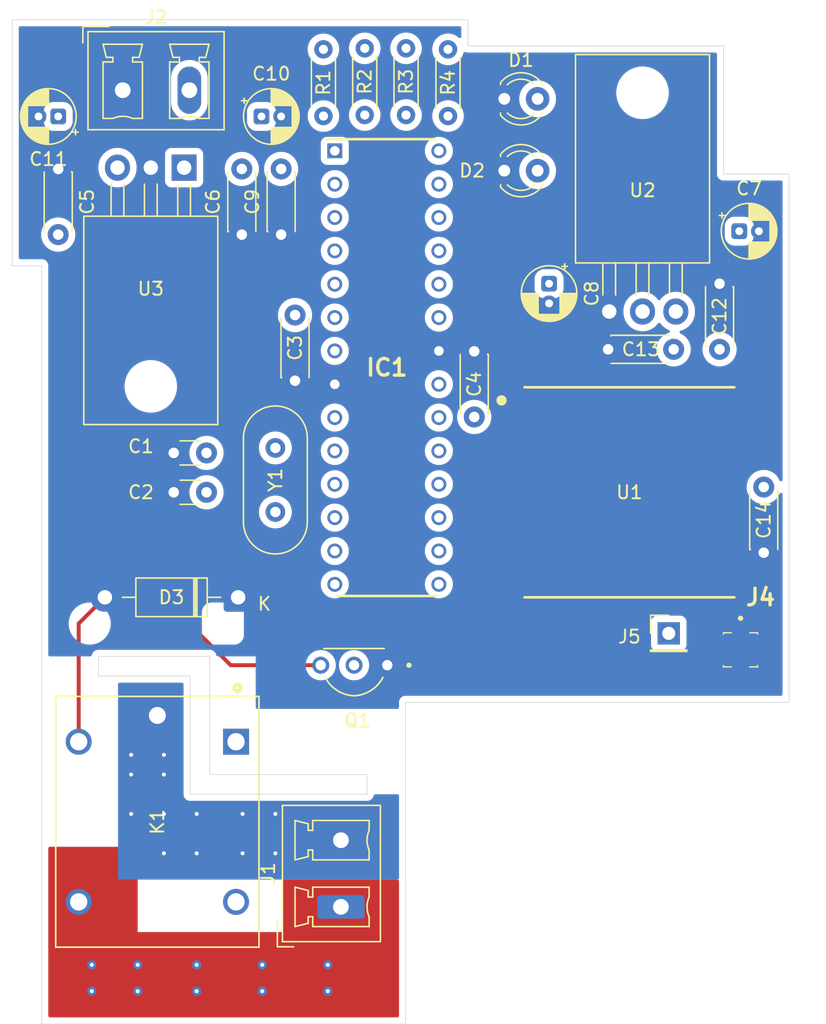
<source format=kicad_pcb>
(kicad_pcb (version 20241229) (generator "pcbnew") (generator_version "9.0")
  (title_block (title "LoRa based pump reciever circuit") (date "2025-11-06") (rev "1.0") (company "Axion"))
  (layers (0 "F.Cu" signal) (2 "B.Cu" signal) (13 "F.Paste" user) (15 "B.Paste" user) (5 "F.SilkS" user "F.Silkscreen") (7 "B.SilkS" user "B.Silkscreen") (1 "F.Mask" user) (3 "B.Mask" user) (25 "Edge.Cuts" user))
  (net 0 "")
  (net 1 "/XTAL1")
  (net 2 "GND")
  (net 3 "/XTAL2")
  (net 4 "+5V")
  (net 5 "VCC")
  (net 6 "+3V3")
  (net 7 "/RED led_A")
  (net 8 "/GREEN led_A")
  (net 9 "/RELAY_COIL_END")
  (net 14 "SCK")
  (net 16 "MOSI")
  (net 17 "PUMP_RELAY")
  (net 20 "RESET")
  (net 21 "NSS")
  (net 22 "DIO0")
  (net 23 "MISO")
  (net 24 "/MCU_reset")
  (net 28 "Net-(IC1-PD5_(PCINT21{slash}OC0B{slash}T1))")
  (net 31 "Net-(IC1-PD4_(PCINT20{slash}XCK{slash}T0))")
  (net 32 "/PUMP_N")
  (net 33 "/PUMP_L")
  (net 34 "/ANTENNA")
  (net 36 "/TRANSISTOR_BASE")
  (footprint "Capacitor_THT:C_Disc_D4.3mm_W1.9mm_P5.00mm" (layer "F.Cu") (at 119.44 72.87 90)
    (property "Reference" "C9" (at 2.5 -2.2 90) (layer "F.SilkS"))
    (property "Value" "0.1uF")
    (pad "1" thru_hole circle (at 0 0 90) (size 1.6 1.6) (drill 0.8) (layers "*.Cu" "*.Mask") (net 2 "GND"))
    (pad "2" thru_hole circle (at 5 0 90) (size 1.6 1.6) (drill 0.8) (layers "*.Cu" "*.Mask") (net 5 "VCC"))
  )
  (footprint "Diode_THT:D_DO-41_SOD81_P10.16mm_Horizontal" (layer "F.Cu") (at 116.16 100.5 180)
    (property "Reference" "D3" (at 5.08 0 0) (layer "F.SilkS"))
    (property "Value" "1N4007")
    (fp_text user "K" (at -2 -0.5 0) (layer "F.SilkS"))
    (pad "1" thru_hole roundrect (at 0 0 180) (size 2.2 2.2) (drill 1.1) (layers "*.Cu" "*.Mask") (roundrect_rratio 0.113636) (net 4 "+5V"))
    (pad "2" thru_hole circle (at 10.16 0 180) (size 2.2 2.2) (drill 1.1) (layers "*.Cu" "*.Mask") (net 9 "/RELAY_COIL_END"))
  )
  (footprint "Package_TO_SOT_THT:TO-220-3_Horizontal_TabDown" (layer "F.Cu") (at 112.04 67.77 180)
    (property "Reference" "U3" (at 2.54 -9.23 0) (layer "F.SilkS"))
    (property "Value" "LM7805_TO220")
    (pad "" np_thru_hole circle (at 2.54 -16.66 180) (size 3.5 3.5) (drill 3.5) (layers "*.Cu" "*.Mask"))
    (pad "1" thru_hole rect (at 0 0 180) (size 1.905 2) (drill 1.1) (layers "*.Cu" "*.Mask") (net 5 "VCC"))
    (pad "2" thru_hole oval (at 2.54 0 180) (size 1.905 2) (drill 1.1) (layers "*.Cu" "*.Mask") (net 2 "GND"))
    (pad "3" thru_hole oval (at 5.08 0 180) (size 1.905 2) (drill 1.1) (layers "*.Cu" "*.Mask") (net 4 "+5V"))
  )
  (footprint "Resistor_THT:R_Axial_DIN0204_L3.6mm_D1.6mm_P5.08mm_Horizontal" (layer "F.Cu") (at 125.816 63.761 90)
    (property "Reference" "R2" (at 2.54 0 90) (layer "F.SilkS"))
    (property "Value" "1K")
    (pad "1" thru_hole circle (at 0 0 90) (size 1.4 1.4) (drill 0.7) (layers "*.Cu" "*.Mask") (net 28 "Net-(IC1-PD5_(PCINT21{slash}OC0B{slash}T1))"))
    (pad "2" thru_hole circle (at 5.08 0 90) (size 1.4 1.4) (drill 0.7) (layers "*.Cu" "*.Mask") (net 8 "/GREEN led_A"))
  )
  (footprint "Capacitor_THT:C_Disc_D4.3mm_W1.9mm_P5.00mm" (layer "F.Cu") (at 144.374801 81.61)
    (property "Reference" "C13" (at 2.5 0 0) (layer "F.SilkS"))
    (property "Value" "0.1uF")
    (pad "1" thru_hole circle (at 0 0) (size 1.6 1.6) (drill 0.8) (layers "*.Cu" "*.Mask") (net 2 "GND"))
    (pad "2" thru_hole circle (at 5 0) (size 1.6 1.6) (drill 0.8) (layers "*.Cu" "*.Mask") (net 6 "+3V3"))
  )
  (footprint "Capacitor_THT:CP_Radial_D4.0mm_P1.50mm" (layer "F.Cu") (at 102.44 63.87 180)
    (property "Reference" "C11" (at 0.75 -3.25 0) (layer "F.SilkS"))
    (property "Value" "10uF")
    (pad "1" thru_hole roundrect (at 0 0 180) (size 1.2 1.2) (drill 0.6) (layers "*.Cu" "*.Mask") (roundrect_rratio 0.208333) (net 4 "+5V"))
    (pad "2" thru_hole circle (at 1.5 0 180) (size 1.2 1.2) (drill 0.6) (layers "*.Cu" "*.Mask") (net 2 "GND"))
  )
  (footprint "custom_footprints:R302302000" (layer "F.Cu") (at 154.475 104.5 180)
    (property "Reference" "J4" (at -1.525 4 0) (layer "F.SilkS") (effects (font (size 1.27 1.27) (thickness 0.254))))
    (property "Value" "R302302000" (hide yes))
    (pad "1" smd rect (at 0 1.5 180) (size 1 1) (layers "F.Cu" "F.Mask" "F.Paste") (net 34 "/ANTENNA"))
    (pad "2" smd rect (at 1.475 0 180) (size 1.05 2) (layers "F.Cu" "F.Mask" "F.Paste") (net 2 "GND"))
    (pad "3" smd rect (at 0 -1.5 180) (size 1 1) (layers "F.Cu" "F.Mask" "F.Paste") (net 2 "GND"))
    (pad "4" smd rect (at -1.475 0 180) (size 1.05 2) (layers "F.Cu" "F.Mask" "F.Paste") (net 2 "GND"))
  )
  (footprint "Capacitor_THT:CP_Radial_D4.0mm_P1.50mm" (layer "F.Cu") (at 139.874801 76.61 -90)
    (property "Reference" "C8" (at 0.75 -3.25 90) (layer "F.SilkS"))
    (property "Value" "10uF")
    (pad "1" thru_hole roundrect (at 0 0 270) (size 1.2 1.2) (drill 0.6) (layers "*.Cu" "*.Mask") (roundrect_rratio 0.208333) (net 6 "+3V3"))
    (pad "2" thru_hole circle (at 1.5 0 270) (size 1.2 1.2) (drill 0.6) (layers "*.Cu" "*.Mask") (net 2 "GND"))
  )
  (footprint "Resistor_THT:R_Axial_DIN0204_L3.6mm_D1.6mm_P5.08mm_Horizontal" (layer "F.Cu") (at 122.666 58.761 -90)
    (property "Reference" "R1" (at 2.54 0 90) (layer "F.SilkS"))
    (property "Value" "10K")
    (pad "1" thru_hole circle (at 0 0 270) (size 1.4 1.4) (drill 0.7) (layers "*.Cu" "*.Mask") (net 4 "+5V"))
    (pad "2" thru_hole circle (at 5.08 0 270) (size 1.4 1.4) (drill 0.7) (layers "*.Cu" "*.Mask") (net 24 "/MCU_reset"))
  )
  (footprint "Crystal:Crystal_HC49-4H_Vertical" (layer "F.Cu") (at 119 94 90)
    (property "Reference" "Y1" (at 2.44 0 90) (layer "F.SilkS"))
    (property "Value" "Crystal")
    (pad "1" thru_hole circle (at 0 0 90) (size 1.5 1.5) (drill 0.8) (layers "*.Cu" "*.Mask") (net 3 "/XTAL2"))
    (pad "2" thru_hole circle (at 4.88 0 90) (size 1.5 1.5) (drill 0.8) (layers "*.Cu" "*.Mask") (net 1 "/XTAL1"))
  )
  (footprint "custom_footprints:RELAY_SRD-05VDC-SL-C" (layer "F.Cu") (at 110 117.6 -90)
    (property "Reference" "K1" (at 0 0 90) (layer "F.SilkS") (effects (font (size 1.000094 1.000094))))
    (property "Value" "SRD-05VDC-SL-C")
    (pad "A1" thru_hole rect (at -6.1 -6 270) (size 1.98 1.98) (drill 1.32) (layers "*.Cu" "*.Mask") (net 4 "+5V"))
    (pad "A2" thru_hole circle (at -6.1 6 270) (size 1.98 1.98) (drill 1.32) (layers "*.Cu" "*.Mask") (net 9 "/RELAY_COIL_END"))
    (pad "COM" thru_hole circle (at -8.1 0 270) (size 1.935 1.935) (drill 1.29) (layers "*.Cu" "*.Mask") (net 32 "/PUMP_N"))
    (pad "NC" thru_hole circle (at 6.1 -6 270) (size 1.98 1.98) (drill 1.32) (layers "*.Cu" "*.Mask"))
    (pad "NO" thru_hole circle (at 6.1 6 270) (size 1.98 1.98) (drill 1.32) (layers "*.Cu" "*.Mask") (net 33 "/PUMP_L"))
  )
  (footprint "Capacitor_THT:C_Disc_D4.3mm_W1.9mm_P5.00mm" (layer "F.Cu") (at 156.243453 97.1 90)
    (property "Reference" "C14" (at 2.5 0 90) (layer "F.SilkS"))
    (property "Value" "0.1uF")
    (pad "1" thru_hole circle (at 0 0 90) (size 1.6 1.6) (drill 0.8) (layers "*.Cu" "*.Mask") (net 2 "GND"))
    (pad "2" thru_hole circle (at 5 0 90) (size 1.6 1.6) (drill 0.8) (layers "*.Cu" "*.Mask") (net 6 "+3V3"))
  )
  (footprint "SamacSys_Part:DIP794W53P254L3467H457Q28N" (layer "F.Cu") (at 127.5 83)
    (property "Reference" "IC1" (at 0 0 0) (layer "F.SilkS") (effects (font (size 1.27 1.27) (thickness 0.254))))
    (property "Value" "ATMEGA328P-PU" (hide yes))
    (pad "1" thru_hole rect (at -3.969 -16.51) (size 1.133 1.133) (drill 0.733) (layers "*.Cu" "*.Mask") (net 24 "/MCU_reset"))
    (pad "2" thru_hole circle (at -3.969 -13.97) (size 1.133 1.133) (drill 0.733) (layers "*.Cu" "*.Mask"))
    (pad "3" thru_hole circle (at -3.969 -11.43) (size 1.133 1.133) (drill 0.733) (layers "*.Cu" "*.Mask"))
    (pad "4" thru_hole circle (at -3.969 -8.89) (size 1.133 1.133) (drill 0.733) (layers "*.Cu" "*.Mask") (net 22 "DIO0"))
    (pad "5" thru_hole circle (at -3.969 -6.35) (size 1.133 1.133) (drill 0.733) (layers "*.Cu" "*.Mask"))
    (pad "6" thru_hole circle (at -3.969 -3.81) (size 1.133 1.133) (drill 0.733) (layers "*.Cu" "*.Mask") (net 31 "Net-(IC1-PD4_(PCINT20{slash}XCK{slash}T0))"))
    (pad "7" thru_hole circle (at -3.969 -1.27) (size 1.133 1.133) (drill 0.733) (layers "*.Cu" "*.Mask") (net 4 "+5V"))
    (pad "8" thru_hole circle (at -3.969 1.27) (size 1.133 1.133) (drill 0.733) (layers "*.Cu" "*.Mask") (net 2 "GND"))
    (pad "9" thru_hole circle (at -3.969 3.81) (size 1.133 1.133) (drill 0.733) (layers "*.Cu" "*.Mask") (net 1 "/XTAL1"))
    (pad "10" thru_hole circle (at -3.969 6.35) (size 1.133 1.133) (drill 0.733) (layers "*.Cu" "*.Mask") (net 3 "/XTAL2"))
    (pad "11" thru_hole circle (at -3.969 8.89) (size 1.133 1.133) (drill 0.733) (layers "*.Cu" "*.Mask") (net 28 "Net-(IC1-PD5_(PCINT21{slash}OC0B{slash}T1))"))
    (pad "12" thru_hole circle (at -3.969 11.43) (size 1.133 1.133) (drill 0.733) (layers "*.Cu" "*.Mask"))
    (pad "13" thru_hole circle (at -3.969 13.97) (size 1.133 1.133) (drill 0.733) (layers "*.Cu" "*.Mask"))
    (pad "14" thru_hole circle (at -3.969 16.51) (size 1.133 1.133) (drill 0.733) (layers "*.Cu" "*.Mask"))
    (pad "15" thru_hole circle (at 3.969 16.51) (size 1.133 1.133) (drill 0.733) (layers "*.Cu" "*.Mask") (net 20 "RESET"))
    (pad "16" thru_hole circle (at 3.969 13.97) (size 1.133 1.133) (drill 0.733) (layers "*.Cu" "*.Mask") (net 21 "NSS"))
    (pad "17" thru_hole circle (at 3.969 11.43) (size 1.133 1.133) (drill 0.733) (layers "*.Cu" "*.Mask") (net 16 "MOSI"))
    (pad "18" thru_hole circle (at 3.969 8.89) (size 1.133 1.133) (drill 0.733) (layers "*.Cu" "*.Mask") (net 23 "MISO"))
    (pad "19" thru_hole circle (at 3.969 6.35) (size 1.133 1.133) (drill 0.733) (layers "*.Cu" "*.Mask") (net 14 "SCK"))
    (pad "20" thru_hole circle (at 3.969 3.81) (size 1.133 1.133) (drill 0.733) (layers "*.Cu" "*.Mask") (net 4 "+5V"))
    (pad "21" thru_hole circle (at 3.969 1.27) (size 1.133 1.133) (drill 0.733) (layers "*.Cu" "*.Mask"))
    (pad "22" thru_hole circle (at 3.969 -1.27) (size 1.133 1.133) (drill 0.733) (layers "*.Cu" "*.Mask") (net 2 "GND"))
    (pad "23" thru_hole circle (at 3.969 -3.81) (size 1.133 1.133) (drill 0.733) (layers "*.Cu" "*.Mask") (net 17 "PUMP_RELAY"))
    (pad "24" thru_hole circle (at 3.969 -6.35) (size 1.133 1.133) (drill 0.733) (layers "*.Cu" "*.Mask"))
    (pad "25" thru_hole circle (at 3.969 -8.89) (size 1.133 1.133) (drill 0.733) (layers "*.Cu" "*.Mask"))
    (pad "26" thru_hole circle (at 3.969 -11.43) (size 1.133 1.133) (drill 0.733) (layers "*.Cu" "*.Mask"))
    (pad "27" thru_hole circle (at 3.969 -13.97) (size 1.133 1.133) (drill 0.733) (layers "*.Cu" "*.Mask"))
    (pad "28" thru_hole circle (at 3.969 -16.51) (size 1.133 1.133) (drill 0.733) (layers "*.Cu" "*.Mask"))
  )
  (footprint "Package_TO_SOT_THT:TO-220-3_Horizontal_TabDown" (layer "F.Cu") (at 144.46 78.73)
    (property "Reference" "U2" (at 2.54 -9.23 0) (layer "F.SilkS"))
    (property "Value" "LM1117T-3.3")
    (pad "" np_thru_hole circle (at 2.54 -16.66) (size 3.5 3.5) (drill 3.5) (layers "*.Cu" "*.Mask"))
    (pad "1" thru_hole rect (at 0 0) (size 1.905 2) (drill 1.1) (layers "*.Cu" "*.Mask") (net 2 "GND"))
    (pad "2" thru_hole oval (at 2.54 0) (size 1.905 2) (drill 1.1) (layers "*.Cu" "*.Mask") (net 6 "+3V3"))
    (pad "3" thru_hole oval (at 5.08 0) (size 1.905 2) (drill 1.1) (layers "*.Cu" "*.Mask") (net 4 "+5V"))
  )
  (footprint "Capacitor_THT:C_Disc_D4.3mm_W1.9mm_P5.00mm" (layer "F.Cu") (at 152.874801 76.61 -90)
    (property "Reference" "C12" (at 2.5 0 90) (layer "F.SilkS"))
    (property "Value" "0.1uF")
    (pad "1" thru_hole circle (at 0 0 270) (size 1.6 1.6) (drill 0.8) (layers "*.Cu" "*.Mask") (net 2 "GND"))
    (pad "2" thru_hole circle (at 5 0 270) (size 1.6 1.6) (drill 0.8) (layers "*.Cu" "*.Mask") (net 4 "+5V"))
  )
  (footprint "Capacitor_THT:C_Disc_D4.3mm_W1.9mm_P5.00mm" (layer "F.Cu") (at 120.5 79 -90)
    (property "Reference" "C3" (at 2.5 0 90) (layer "F.SilkS"))
    (property "Value" "0.1uF")
    (pad "1" thru_hole circle (at 0 0 270) (size 1.6 1.6) (drill 0.8) (layers "*.Cu" "*.Mask") (net 4 "+5V"))
    (pad "2" thru_hole circle (at 5 0 270) (size 1.6 1.6) (drill 0.8) (layers "*.Cu" "*.Mask") (net 2 "GND"))
  )
  (footprint "Resistor_THT:R_Axial_DIN0204_L3.6mm_D1.6mm_P5.08mm_Horizontal" (layer "F.Cu") (at 132.166 63.841 90)
    (property "Reference" "R4" (at 2.54 0 90) (layer "F.SilkS"))
    (property "Value" "1K")
    (pad "1" thru_hole circle (at 0 0 90) (size 1.4 1.4) (drill 0.7) (layers "*.Cu" "*.Mask") (net 17 "PUMP_RELAY"))
    (pad "2" thru_hole circle (at 5.08 0 90) (size 1.4 1.4) (drill 0.7) (layers "*.Cu" "*.Mask") (net 36 "/TRANSISTOR_BASE"))
  )
  (footprint "Capacitor_THT:C_Disc_D4.3mm_W1.9mm_P5.00mm" (layer "F.Cu") (at 116.44 72.87 90)
    (property "Reference" "C6" (at 2.5 -2.2 90) (layer "F.SilkS"))
    (property "Value" "0.1uF")
    (pad "1" thru_hole circle (at 0 0 90) (size 1.6 1.6) (drill 0.8) (layers "*.Cu" "*.Mask") (net 2 "GND"))
    (pad "2" thru_hole circle (at 5 0 90) (size 1.6 1.6) (drill 0.8) (layers "*.Cu" "*.Mask") (net 5 "VCC"))
  )
  (footprint "Resistor_THT:R_Axial_DIN0204_L3.6mm_D1.6mm_P5.08mm_Horizontal" (layer "F.Cu") (at 128.966 63.761 90)
    (property "Reference" "R3" (at 2.54 0 90) (layer "F.SilkS"))
    (property "Value" "1K")
    (pad "1" thru_hole circle (at 0 0 90) (size 1.4 1.4) (drill 0.7) (layers "*.Cu" "*.Mask") (net 31 "Net-(IC1-PD4_(PCINT20{slash}XCK{slash}T0))"))
    (pad "2" thru_hole circle (at 5.08 0 90) (size 1.4 1.4) (drill 0.7) (layers "*.Cu" "*.Mask") (net 7 "/RED led_A"))
  )
  (footprint "Capacitor_THT:C_Disc_D3.0mm_W1.6mm_P2.50mm" (layer "F.Cu") (at 113.75 89.5 180)
    (property "Reference" "C1" (at 5 0.5 0) (layer "F.SilkS"))
    (property "Value" "22Pf")
    (pad "1" thru_hole circle (at 0 0 180) (size 1.6 1.6) (drill 0.8) (layers "*.Cu" "*.Mask") (net 1 "/XTAL1"))
    (pad "2" thru_hole circle (at 2.5 0 180) (size 1.6 1.6) (drill 0.8) (layers "*.Cu" "*.Mask") (net 2 "GND"))
  )
  (footprint "custom_footprints:TO92254P470H750-3" (layer "F.Cu") (at 125 108 180)
    (property "Reference" "Q1" (at -0.264 -1.887 0) (layer "F.SilkS"))
    (property "Value" "2N2222A")
    (pad "1" thru_hole rect (at -2.54 2.33 180) (size 1.298 1.298) (drill 0.79) (layers "*.Cu" "*.Mask") (net 2 "GND"))
    (pad "2" thru_hole circle (at 0 2.33 180) (size 1.298 1.298) (drill 0.79) (layers "*.Cu" "*.Mask") (net 36 "/TRANSISTOR_BASE"))
    (pad "3" thru_hole circle (at 2.54 2.33 180) (size 1.298 1.298) (drill 0.79) (layers "*.Cu" "*.Mask") (net 9 "/RELAY_COIL_END"))
  )
  (footprint "Connector_PinHeader_2.54mm:PinHeader_1x01_P2.54mm_Vertical" (layer "F.Cu") (at 149 103.245)
    (property "Reference" "J5" (at -3 0.255 0) (layer "F.SilkS"))
    (property "Value" "Conn_01x01_Pin")
    (pad "1" thru_hole rect (at 0 0) (size 1.7 1.7) (drill 1) (layers "*.Cu" "*.Mask") (net 34 "/ANTENNA"))
  )
  (footprint "Connector_Phoenix_MC_HighVoltage:PhoenixContact_MCV_1,5_2-G-5.08_1x02_P5.08mm_Vertical" (layer "F.Cu") (at 107.36 61.87)
    (property "Reference" "J2" (at 2.54 -5.55 0) (layer "F.SilkS"))
    (property "Value" "Conn_01x02_Pin")
    (pad "1" thru_hole roundrect (at 0 0) (size 1.8 3.6) (drill 1.2) (layers "*.Cu" "*.Mask") (roundrect_rratio 0.138889) (net 2 "GND"))
    (pad "2" thru_hole oval (at 5.08 0) (size 1.8 3.6) (drill 1.2) (layers "*.Cu" "*.Mask") (net 5 "VCC"))
  )
  (footprint "custom_footprints:XCVR_RFM95W-868S2" (layer "F.Cu") (at 146 92.5)
    (property "Reference" "U1" (at 0 0 0) (layer "F.SilkS") (effects (font (size 1.001913 1.001913))))
    (property "Value" "RFM95W-868S2")
    (pad "1" smd rect (at -7.4 -7) (size 1.95 1.05) (layers "F.Cu" "F.Mask" "F.Paste") (net 2 "GND"))
    (pad "2" smd rect (at -7.4 -5) (size 1.95 1.05) (layers "F.Cu" "F.Mask" "F.Paste") (net 23 "MISO"))
    (pad "3" smd rect (at -7.4 -3) (size 1.95 1.05) (layers "F.Cu" "F.Mask" "F.Paste") (net 16 "MOSI"))
    (pad "4" smd rect (at -7.4 -1) (size 1.95 1.05) (layers "F.Cu" "F.Mask" "F.Paste") (net 14 "SCK"))
    (pad "5" smd rect (at -7.4 1) (size 1.95 1.05) (layers "F.Cu" "F.Mask" "F.Paste") (net 21 "NSS"))
    (pad "6" smd rect (at -7.4 3) (size 1.95 1.05) (layers "F.Cu" "F.Mask" "F.Paste") (net 20 "RESET"))
    (pad "7" smd rect (at -7.4 5) (size 1.95 1.05) (layers "F.Cu" "F.Mask" "F.Paste"))
    (pad "8" smd rect (at -7.4 7) (size 1.95 1.05) (layers "F.Cu" "F.Mask" "F.Paste") (net 2 "GND"))
    (pad "9" smd rect (at 7.4 7) (size 1.95 1.05) (layers "F.Cu" "F.Mask" "F.Paste") (net 34 "/ANTENNA"))
    (pad "10" smd rect (at 7.4 5) (size 1.95 1.05) (layers "F.Cu" "F.Mask" "F.Paste") (net 2 "GND"))
    (pad "11" smd rect (at 7.4 3) (size 1.95 1.05) (layers "F.Cu" "F.Mask" "F.Paste"))
    (pad "12" smd rect (at 7.4 1) (size 1.95 1.05) (layers "F.Cu" "F.Mask" "F.Paste"))
    (pad "13" smd rect (at 7.4 -1) (size 1.95 1.05) (layers "F.Cu" "F.Mask" "F.Paste") (net 6 "+3V3"))
    (pad "14" smd rect (at 7.4 -3) (size 1.95 1.05) (layers "F.Cu" "F.Mask" "F.Paste") (net 22 "DIO0"))
    (pad "15" smd rect (at 7.4 -5) (size 1.95 1.05) (layers "F.Cu" "F.Mask" "F.Paste"))
    (pad "16" smd rect (at 7.4 -7) (size 1.95 1.05) (layers "F.Cu" "F.Mask" "F.Paste"))
  )
  (footprint "Capacitor_THT:C_Disc_D3.0mm_W1.6mm_P2.50mm" (layer "F.Cu") (at 113.75 92.5 180)
    (property "Reference" "C2" (at 5 0 0) (layer "F.SilkS"))
    (property "Value" "22Pf")
    (pad "1" thru_hole circle (at 0 0 180) (size 1.6 1.6) (drill 0.8) (layers "*.Cu" "*.Mask") (net 3 "/XTAL2"))
    (pad "2" thru_hole circle (at 2.5 0 180) (size 1.6 1.6) (drill 0.8) (layers "*.Cu" "*.Mask") (net 2 "GND"))
  )
  (footprint "Capacitor_THT:C_Disc_D4.3mm_W1.9mm_P5.00mm" (layer "F.Cu") (at 102.44 67.87 -90)
    (property "Reference" "C5" (at 2.5 -2.2 90) (layer "F.SilkS"))
    (property "Value" "0.1uF")
    (pad "1" thru_hole circle (at 0 0 270) (size 1.6 1.6) (drill 0.8) (layers "*.Cu" "*.Mask") (net 2 "GND"))
    (pad "2" thru_hole circle (at 5 0 270) (size 1.6 1.6) (drill 0.8) (layers "*.Cu" "*.Mask") (net 4 "+5V"))
  )
  (footprint "Connector_Phoenix_MC_HighVoltage:PhoenixContact_MCV_1,5_2-G-5.08_1x02_P5.08mm_Vertical" (layer "F.Cu") (at 124 124.08 90)
    (property "Reference" "J1" (at 2.54 -5.55 90) (layer "F.SilkS"))
    (property "Value" "Conn_01x02_Pin")
    (pad "1" thru_hole roundrect (at 0 0 90) (size 1.8 3.6) (drill 1.2) (layers "*.Cu" "*.Mask") (roundrect_rratio 0.138889) (net 33 "/PUMP_L"))
    (pad "2" thru_hole oval (at 5.08 0 90) (size 1.8 3.6) (drill 1.2) (layers "*.Cu" "*.Mask") (net 32 "/PUMP_N"))
  )
  (footprint "Capacitor_THT:C_Disc_D4.3mm_W1.9mm_P5.00mm" (layer "F.Cu") (at 134.166 86.761 90)
    (property "Reference" "C4" (at 2.5 0 90) (layer "F.SilkS"))
    (property "Value" "0.1uF")
    (pad "1" thru_hole circle (at 0 0 90) (size 1.6 1.6) (drill 0.8) (layers "*.Cu" "*.Mask") (net 4 "+5V"))
    (pad "2" thru_hole circle (at 5 0 90) (size 1.6 1.6) (drill 0.8) (layers "*.Cu" "*.Mask") (net 2 "GND"))
  )
  (footprint "Capacitor_THT:CP_Radial_D4.0mm_P1.50mm" (layer "F.Cu") (at 117.94 63.87)
    (property "Reference" "C10" (at 0.75 -3.25 0) (layer "F.SilkS"))
    (property "Value" "10uF")
    (pad "1" thru_hole roundrect (at 0 0) (size 1.2 1.2) (drill 0.6) (layers "*.Cu" "*.Mask") (roundrect_rratio 0.208333) (net 5 "VCC"))
    (pad "2" thru_hole circle (at 1.5 0) (size 1.2 1.2) (drill 0.6) (layers "*.Cu" "*.Mask") (net 2 "GND"))
  )
  (footprint "LED_THT:LED_D3.0mm" (layer "F.Cu") (at 136.46 62.53)
    (property "Reference" "D1" (at 1.27 -2.96 0) (layer "F.SilkS"))
    (property "Value" "RED")
    (pad "1" thru_hole rect (at 0 0) (size 1.8 1.8) (drill 0.9) (layers "*.Cu" "*.Mask") (net 2 "GND"))
    (pad "2" thru_hole circle (at 2.54 0) (size 1.8 1.8) (drill 0.9) (layers "*.Cu" "*.Mask") (net 7 "/RED led_A"))
  )
  (footprint "Capacitor_THT:CP_Radial_D4.0mm_P1.50mm" (layer "F.Cu") (at 154.374801 72.61)
    (property "Reference" "C7" (at 0.75 -3.25 0) (layer "F.SilkS"))
    (property "Value" "10uF")
    (pad "1" thru_hole roundrect (at 0 0) (size 1.2 1.2) (drill 0.6) (layers "*.Cu" "*.Mask") (roundrect_rratio 0.208333) (net 4 "+5V"))
    (pad "2" thru_hole circle (at 1.5 0) (size 1.2 1.2) (drill 0.6) (layers "*.Cu" "*.Mask") (net 2 "GND"))
  )
  (footprint "LED_THT:LED_D3.0mm" (layer "F.Cu") (at 136.46 68)
    (property "Reference" "D2" (at -2.46 0 0) (layer "F.SilkS"))
    (property "Value" "GREEN")
    (pad "1" thru_hole rect (at 0 0) (size 1.8 1.8) (drill 0.9) (layers "*.Cu" "*.Mask") (net 2 "GND"))
    (pad "2" thru_hole circle (at 2.54 0) (size 1.8 1.8) (drill 0.9) (layers "*.Cu" "*.Mask") (net 8 "/GREEN led_A"))
  )
  (gr_poly (pts (xy 105.5 105) (xy 114 105) (xy 114 114) (xy 126 114) (xy 126 115.5) (xy 112.5 115.5) (xy 112.5 106.5) (xy 105.5 106.5)) (stroke (width 0.05)) (fill no) (layer "Edge.Cuts"))
  (gr_poly (pts (xy 133.681389 56.5) (xy 133.681389 58.5) (xy 153.181389 58.5) (xy 153.181389 68.25) (xy 158.181389 68.25) (xy 158.181389 84) (xy 158.181389 108.5) (xy 128.931389 108.5) (xy 128.931389 133) (xy 101.181389 133) (xy 101.181389 75.25) (xy 98.931389 75.25) (xy 98.931389 56.5)) (stroke (width 0.05)) (fill no) (layer "Edge.Cuts"))
  (segment (start 104 111.5) (end 104 102.5) (width 0.3) (layer "F.Cu") (net 9))
  (segment (start 110.420653 100.5) (end 115.590653 105.67) (width 0.3) (layer "F.Cu") (net 9))
  (segment (start 106 100.5) (end 110.420653 100.5) (width 0.3) (layer "F.Cu") (net 9))
  (segment (start 104 102.5) (end 106 100.5) (width 0.3) (layer "F.Cu") (net 9))
  (segment (start 115.590653 105.67) (end 122.46 105.67) (width 0.3) (layer "F.Cu") (net 9))
  (via (at 110.5 120) (size 0.7) (drill 0.3) (layers "F.Cu" "B.Cu") (net 32))
  (via (at 119 120) (size 0.7) (drill 0.3) (layers "F.Cu" "B.Cu") (net 32))
  (via (at 108 112.5) (size 0.7) (drill 0.3) (layers "F.Cu" "B.Cu") (net 32))
  (via (at 116.5 120) (size 0.7) (drill 0.3) (layers "F.Cu" "B.Cu") (net 32))
  (via (at 116.5 117) (size 0.7) (drill 0.3) (layers "F.Cu" "B.Cu") (net 32))
  (via (at 119 117) (size 0.7) (drill 0.3) (layers "F.Cu" "B.Cu") (net 32))
  (via (at 110.5 114) (size 0.7) (drill 0.3) (layers "F.Cu" "B.Cu") (net 32))
  (via (at 113 120) (size 0.7) (drill 0.3) (layers "F.Cu" "B.Cu") (net 32))
  (via (at 108 117) (size 0.7) (drill 0.3) (layers "F.Cu" "B.Cu") (net 32))
  (via (at 110.5 112.5) (size 0.7) (drill 0.3) (layers "F.Cu" "B.Cu") (net 32))
  (via (at 108 114) (size 0.7) (drill 0.3) (layers "F.Cu" "B.Cu") (net 32))
  (via (at 113 117) (size 0.7) (drill 0.3) (layers "F.Cu" "B.Cu") (net 32))
  (via (at 110.5 117) (size 0.7) (drill 0.3) (layers "F.Cu" "B.Cu") (net 32))
  (via (at 123 128.5) (size 0.7) (drill 0.3) (layers "F.Cu" "B.Cu") (net 33))
  (via (at 105 130.5) (size 0.7) (drill 0.3) (layers "F.Cu" "B.Cu") (net 33))
  (via (at 108.5 128.5) (size 0.7) (drill 0.3) (layers "F.Cu" "B.Cu") (net 33))
  (via (at 113 130.5) (size 0.7) (drill 0.3) (layers "F.Cu" "B.Cu") (net 33))
  (via (at 118 128.5) (size 0.7) (drill 0.3) (layers "F.Cu" "B.Cu") (net 33))
  (via (at 108.5 130.5) (size 0.7) (drill 0.3) (layers "F.Cu" "B.Cu") (net 33))
  (via (at 118 130.5) (size 0.7) (drill 0.3) (layers "F.Cu" "B.Cu") (net 33))
  (via (at 113 128.5) (size 0.7) (drill 0.3) (layers "F.Cu" "B.Cu") (net 33))
  (via (at 123 130.5) (size 0.7) (drill 0.3) (layers "F.Cu" "B.Cu") (net 33))
  (via (at 105 128.5) (size 0.7) (drill 0.3) (layers "F.Cu" "B.Cu") (net 33))
  (zone (net 33) (net_name "/PUMP_L") (layer "F.Cu") (name "AC_LIVE") (connect_pads yes (clearance 0.5)) (min_thickness 0.25) (fill yes (thermal_gap 0.5) (thermal_bridge_width 0.5) (island_removal_mode 1) (island_area_min 10))
    (polygon (pts (xy 100.5 132.5) (xy 100.5 119.5) (xy 108.5 119.5) (xy 108.5 126) (xy 119.5 126) (xy 119.5 122) (xy 129.5 122) (xy 129.5 132.5)))
  )
  (zone (net 2) (net_name "GND") (layer "B.Cu") (name "GND") (priority 2) (connect_pads yes (clearance 0.5)) (min_thickness 0.25) (fill yes (thermal_gap 0.5) (thermal_bridge_width 0.5) (island_removal_mode 1) (island_area_min 10))
    (polygon (pts (xy 98 55) (xy 161 55.5) (xy 161 109) (xy 117.5 109) (xy 117.5 105) (xy 98 105)))
  )
  (zone (net 32) (net_name "/PUMP_N") (layer "B.Cu") (name "AC_NEUTRAL") (priority 1) (connect_pads yes (clearance 0.5)) (min_thickness 0.25) (fill yes (thermal_gap 0.5) (thermal_bridge_width 0.5) (island_removal_mode 1) (island_area_min 10))
    (polygon (pts (xy 107 107) (xy 107 122) (xy 118.5 122) (xy 129.5 122) (xy 129.5 115.5) (xy 112.5 115.5) (xy 112.5 107)))
  )
)
</source>
